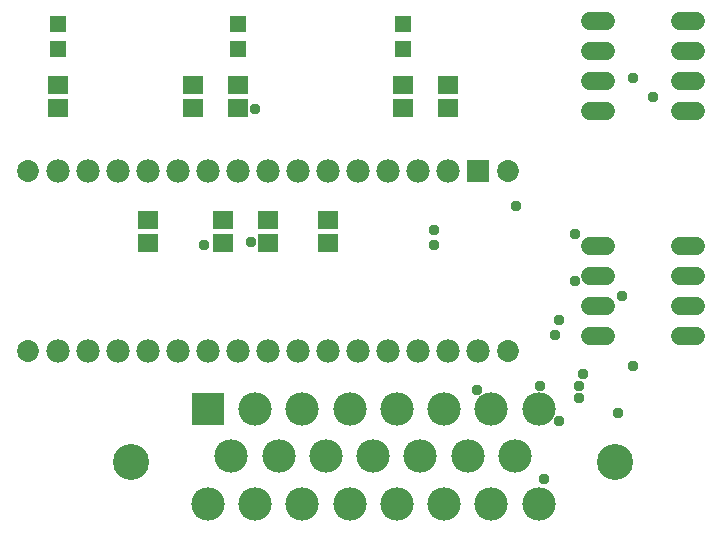
<source format=gbr>
G04 EAGLE Gerber X2 export*
%TF.Part,Single*%
%TF.FileFunction,Soldermask,Top,1*%
%TF.FilePolarity,Negative*%
%TF.GenerationSoftware,Autodesk,EAGLE,9.1.3*%
%TF.CreationDate,2020-03-28T12:55:41Z*%
G75*
%MOMM*%
%FSLAX34Y34*%
%LPD*%
%AMOC8*
5,1,8,0,0,1.08239X$1,22.5*%
G01*
%ADD10R,1.403200X1.403200*%
%ADD11C,1.524000*%
%ADD12C,3.053200*%
%ADD13R,2.828200X2.828200*%
%ADD14C,2.828200*%
%ADD15R,1.981200X1.981200*%
%ADD16C,1.981200*%
%ADD17C,1.854200*%
%ADD18R,1.703200X1.503200*%
%ADD19C,0.959600*%


D10*
X190500Y455000D03*
X190500Y434000D03*
D11*
X488696Y266700D02*
X501904Y266700D01*
X501904Y241300D02*
X488696Y241300D01*
X564896Y190500D02*
X578104Y190500D01*
X578104Y215900D02*
X564896Y215900D01*
X501904Y215900D02*
X488696Y215900D01*
X488696Y190500D02*
X501904Y190500D01*
X564896Y241300D02*
X578104Y241300D01*
X578104Y266700D02*
X564896Y266700D01*
X501904Y457200D02*
X488696Y457200D01*
X488696Y431800D02*
X501904Y431800D01*
X564896Y381000D02*
X578104Y381000D01*
X578104Y406400D02*
X564896Y406400D01*
X501904Y406400D02*
X488696Y406400D01*
X488696Y381000D02*
X501904Y381000D01*
X564896Y431800D02*
X578104Y431800D01*
X578104Y457200D02*
X564896Y457200D01*
D12*
X99800Y83900D03*
D13*
X164800Y128900D03*
D14*
X204800Y128900D03*
X244800Y128900D03*
X284800Y128900D03*
X324800Y128900D03*
X364800Y128900D03*
X404800Y128900D03*
X444800Y128900D03*
X184800Y88900D03*
X224800Y88900D03*
X264800Y88900D03*
X304800Y88900D03*
X344800Y88900D03*
X384800Y88900D03*
X424800Y88900D03*
X164800Y48900D03*
X204800Y48900D03*
X244800Y48900D03*
X284800Y48900D03*
X324800Y48900D03*
X364800Y48900D03*
X404800Y48900D03*
X444800Y48900D03*
D12*
X509800Y83900D03*
D15*
X393700Y330200D03*
D16*
X368300Y330200D03*
X342900Y330200D03*
X317500Y330200D03*
X292100Y330200D03*
X266700Y330200D03*
X241300Y330200D03*
X215900Y330200D03*
X190500Y330200D03*
X165100Y330200D03*
X139700Y330200D03*
X114300Y330200D03*
X88900Y330200D03*
X63500Y330200D03*
X38100Y330200D03*
X393700Y177800D03*
X368300Y177800D03*
X342900Y177800D03*
X317500Y177800D03*
X292100Y177800D03*
X266700Y177800D03*
X241300Y177800D03*
X215900Y177800D03*
X190500Y177800D03*
X165100Y177800D03*
X139700Y177800D03*
X114300Y177800D03*
X88900Y177800D03*
X63500Y177800D03*
X38100Y177800D03*
D17*
X12700Y330200D03*
X12700Y177800D03*
X419100Y177800D03*
X419100Y330200D03*
D10*
X330200Y455000D03*
X330200Y434000D03*
X38100Y455000D03*
X38100Y434000D03*
D18*
X266700Y269900D03*
X266700Y288900D03*
X215900Y269900D03*
X215900Y288900D03*
X177800Y269900D03*
X177800Y288900D03*
X114300Y269900D03*
X114300Y288900D03*
X38100Y384200D03*
X38100Y403200D03*
X190500Y384200D03*
X190500Y403200D03*
X330200Y384200D03*
X330200Y403200D03*
X152400Y384200D03*
X152400Y403200D03*
X368300Y384200D03*
X368300Y403200D03*
D19*
X525018Y165100D03*
X511810Y125476D03*
X462280Y204724D03*
X392938Y145288D03*
X478790Y138684D03*
X462280Y118872D03*
X475488Y277368D03*
X475488Y237744D03*
X458978Y191516D03*
X445770Y148590D03*
X425958Y300482D03*
X478790Y148590D03*
X201422Y270764D03*
X356616Y280670D03*
X525018Y409448D03*
X161798Y267462D03*
X356616Y267462D03*
X541528Y392938D03*
X204724Y383032D03*
X515112Y224536D03*
X449072Y69342D03*
X482092Y158496D03*
M02*

</source>
